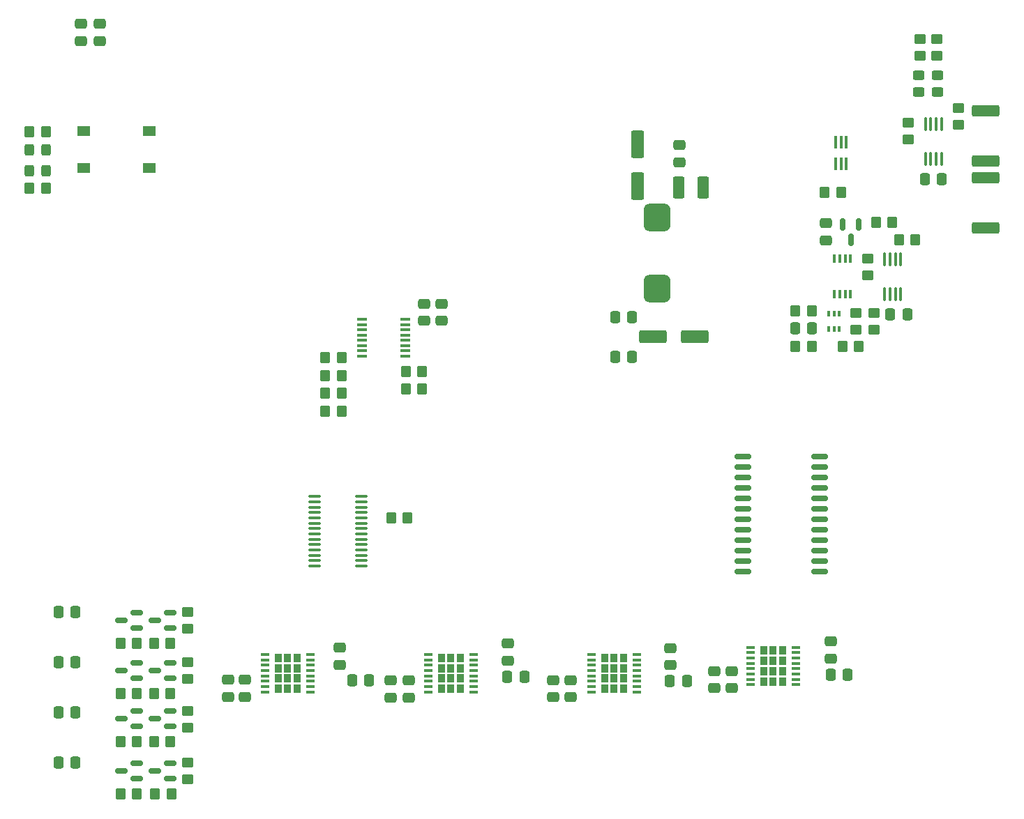
<source format=gbr>
%TF.GenerationSoftware,KiCad,Pcbnew,(6.0.7)*%
%TF.CreationDate,2022-11-14T00:19:26-05:00*%
%TF.ProjectId,MASA_Rover_1.0,4d415341-5f52-46f7-9665-725f312e302e,rev?*%
%TF.SameCoordinates,Original*%
%TF.FileFunction,Paste,Top*%
%TF.FilePolarity,Positive*%
%FSLAX46Y46*%
G04 Gerber Fmt 4.6, Leading zero omitted, Abs format (unit mm)*
G04 Created by KiCad (PCBNEW (6.0.7)) date 2022-11-14 00:19:26*
%MOMM*%
%LPD*%
G01*
G04 APERTURE LIST*
G04 Aperture macros list*
%AMRoundRect*
0 Rectangle with rounded corners*
0 $1 Rounding radius*
0 $2 $3 $4 $5 $6 $7 $8 $9 X,Y pos of 4 corners*
0 Add a 4 corners polygon primitive as box body*
4,1,4,$2,$3,$4,$5,$6,$7,$8,$9,$2,$3,0*
0 Add four circle primitives for the rounded corners*
1,1,$1+$1,$2,$3*
1,1,$1+$1,$4,$5*
1,1,$1+$1,$6,$7*
1,1,$1+$1,$8,$9*
0 Add four rect primitives between the rounded corners*
20,1,$1+$1,$2,$3,$4,$5,0*
20,1,$1+$1,$4,$5,$6,$7,0*
20,1,$1+$1,$6,$7,$8,$9,0*
20,1,$1+$1,$8,$9,$2,$3,0*%
G04 Aperture macros list end*
%ADD10RoundRect,0.250000X0.350000X0.450000X-0.350000X0.450000X-0.350000X-0.450000X0.350000X-0.450000X0*%
%ADD11RoundRect,0.249999X-1.425001X0.450001X-1.425001X-0.450001X1.425001X-0.450001X1.425001X0.450001X0*%
%ADD12RoundRect,0.250000X0.450000X-0.350000X0.450000X0.350000X-0.450000X0.350000X-0.450000X-0.350000X0*%
%ADD13RoundRect,0.250000X-0.337500X-0.475000X0.337500X-0.475000X0.337500X0.475000X-0.337500X0.475000X0*%
%ADD14RoundRect,0.150000X0.587500X0.150000X-0.587500X0.150000X-0.587500X-0.150000X0.587500X-0.150000X0*%
%ADD15RoundRect,0.250000X-0.475000X0.337500X-0.475000X-0.337500X0.475000X-0.337500X0.475000X0.337500X0*%
%ADD16R,0.400000X0.650000*%
%ADD17R,0.880000X1.050000*%
%ADD18R,1.050000X0.450000*%
%ADD19RoundRect,0.250000X-0.350000X-0.450000X0.350000X-0.450000X0.350000X0.450000X-0.350000X0.450000X0*%
%ADD20RoundRect,0.250000X-0.325000X-0.450000X0.325000X-0.450000X0.325000X0.450000X-0.325000X0.450000X0*%
%ADD21RoundRect,0.250000X0.337500X0.475000X-0.337500X0.475000X-0.337500X-0.475000X0.337500X-0.475000X0*%
%ADD22R,0.400000X1.500000*%
%ADD23RoundRect,0.250000X0.550000X-1.412500X0.550000X1.412500X-0.550000X1.412500X-0.550000X-1.412500X0*%
%ADD24RoundRect,0.250000X0.475000X-0.337500X0.475000X0.337500X-0.475000X0.337500X-0.475000X-0.337500X0*%
%ADD25RoundRect,0.812750X0.812750X-0.906750X0.812750X0.906750X-0.812750X0.906750X-0.812750X-0.906750X0*%
%ADD26RoundRect,0.150000X-0.150000X0.587500X-0.150000X-0.587500X0.150000X-0.587500X0.150000X0.587500X0*%
%ADD27RoundRect,0.150000X-0.875000X-0.150000X0.875000X-0.150000X0.875000X0.150000X-0.875000X0.150000X0*%
%ADD28R,1.200000X0.400000*%
%ADD29R,0.400000X1.100000*%
%ADD30RoundRect,0.250001X0.462499X1.074999X-0.462499X1.074999X-0.462499X-1.074999X0.462499X-1.074999X0*%
%ADD31RoundRect,0.250000X-0.450000X0.350000X-0.450000X-0.350000X0.450000X-0.350000X0.450000X0.350000X0*%
%ADD32RoundRect,0.250000X-0.450000X0.325000X-0.450000X-0.325000X0.450000X-0.325000X0.450000X0.325000X0*%
%ADD33RoundRect,0.100000X-0.100000X0.712500X-0.100000X-0.712500X0.100000X-0.712500X0.100000X0.712500X0*%
%ADD34RoundRect,0.100000X-0.637500X-0.100000X0.637500X-0.100000X0.637500X0.100000X-0.637500X0.100000X0*%
%ADD35RoundRect,0.250000X-1.412500X-0.550000X1.412500X-0.550000X1.412500X0.550000X-1.412500X0.550000X0*%
%ADD36RoundRect,0.250000X0.450000X-0.325000X0.450000X0.325000X-0.450000X0.325000X-0.450000X-0.325000X0*%
%ADD37R,1.550000X1.300000*%
G04 APERTURE END LIST*
D10*
%TO.C,R42*%
X51038000Y-146177000D03*
X49038000Y-146177000D03*
%TD*%
D11*
%TO.C,R19*%
X154051000Y-71372000D03*
X154051000Y-77472000D03*
%TD*%
D12*
%TO.C,R45*%
X57150000Y-144383000D03*
X57150000Y-142383000D03*
%TD*%
D13*
%TO.C,C30*%
X130915500Y-89662000D03*
X132990500Y-89662000D03*
%TD*%
D14*
%TO.C,Q10*%
X55039500Y-144333000D03*
X55039500Y-142433000D03*
X53164500Y-143383000D03*
%TD*%
D10*
%TO.C,R39*%
X51038000Y-139827000D03*
X49038000Y-139827000D03*
%TD*%
D15*
%TO.C,C21*%
X88011000Y-86656000D03*
X88011000Y-88731000D03*
%TD*%
D10*
%TO.C,R43*%
X85645500Y-97028000D03*
X83645500Y-97028000D03*
%TD*%
D16*
%TO.C,Q2*%
X136286000Y-87823000D03*
X135636000Y-87823000D03*
X134986000Y-87823000D03*
X134986000Y-89723000D03*
X135636000Y-89723000D03*
X136286000Y-89723000D03*
%TD*%
D13*
%TO.C,C28*%
X142472500Y-87930500D03*
X144547500Y-87930500D03*
%TD*%
D10*
%TO.C,R30*%
X132953000Y-91821000D03*
X130953000Y-91821000D03*
%TD*%
D17*
%TO.C,U13*%
X110065400Y-129667000D03*
X107798600Y-133417000D03*
X107798600Y-132167000D03*
X107798600Y-129667000D03*
X108932000Y-129667000D03*
X110065400Y-132167000D03*
X108932000Y-132167000D03*
X108932000Y-133417000D03*
X110065400Y-130917000D03*
X108932000Y-130917000D03*
X110065400Y-133417000D03*
X107798600Y-130917000D03*
D18*
X106157000Y-129267000D03*
X106157000Y-129917000D03*
X106157000Y-130567000D03*
X106157000Y-131217000D03*
X106157000Y-131867000D03*
X106157000Y-132517000D03*
X106157000Y-133167000D03*
X106157000Y-133817000D03*
X111707000Y-133817000D03*
X111707000Y-133167000D03*
X111707000Y-132517000D03*
X111707000Y-131867000D03*
X111707000Y-131217000D03*
X111707000Y-130567000D03*
X111707000Y-129917000D03*
X111707000Y-129267000D03*
%TD*%
D15*
%TO.C,C22*%
X85852000Y-86656000D03*
X85852000Y-88731000D03*
%TD*%
D19*
%TO.C,R44*%
X83645500Y-94932500D03*
X85645500Y-94932500D03*
%TD*%
%TO.C,R50*%
X73866500Y-99695000D03*
X75866500Y-99695000D03*
%TD*%
D11*
%TO.C,R18*%
X154051000Y-63244000D03*
X154051000Y-69344000D03*
%TD*%
D20*
%TO.C,D4*%
X37964000Y-70494500D03*
X40014000Y-70494500D03*
%TD*%
D21*
%TO.C,C46*%
X117787500Y-132500000D03*
X115712500Y-132500000D03*
%TD*%
D15*
%TO.C,C41*%
X75628500Y-128439000D03*
X75628500Y-130514000D03*
%TD*%
D22*
%TO.C,U1*%
X135831000Y-69655000D03*
X136481000Y-69655000D03*
X137131000Y-69655000D03*
X137131000Y-66995000D03*
X136481000Y-66995000D03*
X135831000Y-66995000D03*
%TD*%
D23*
%TO.C,C16*%
X111760000Y-72387500D03*
X111760000Y-67312500D03*
%TD*%
D21*
%TO.C,C12*%
X111146500Y-88265000D03*
X109071500Y-88265000D03*
%TD*%
%TO.C,C31*%
X43582500Y-124079000D03*
X41507500Y-124079000D03*
%TD*%
D19*
%TO.C,R38*%
X53102000Y-139827000D03*
X55102000Y-139827000D03*
%TD*%
%TO.C,R27*%
X130953000Y-87503000D03*
X132953000Y-87503000D03*
%TD*%
D15*
%TO.C,C39*%
X84010500Y-132439500D03*
X84010500Y-134514500D03*
%TD*%
D19*
%TO.C,R41*%
X53229000Y-146177000D03*
X55229000Y-146177000D03*
%TD*%
D21*
%TO.C,C76*%
X111146500Y-93091000D03*
X109071500Y-93091000D03*
%TD*%
D17*
%TO.C,U10*%
X69308000Y-132167000D03*
X68174600Y-129667000D03*
X70441400Y-132167000D03*
X68174600Y-130917000D03*
X69308000Y-129667000D03*
X70441400Y-129667000D03*
X69308000Y-133417000D03*
X70441400Y-130917000D03*
X70441400Y-133417000D03*
X68174600Y-133417000D03*
X69308000Y-130917000D03*
X68174600Y-132167000D03*
D18*
X66533000Y-129267000D03*
X66533000Y-129917000D03*
X66533000Y-130567000D03*
X66533000Y-131217000D03*
X66533000Y-131867000D03*
X66533000Y-132517000D03*
X66533000Y-133167000D03*
X66533000Y-133817000D03*
X72083000Y-133817000D03*
X72083000Y-133167000D03*
X72083000Y-132517000D03*
X72083000Y-131867000D03*
X72083000Y-131217000D03*
X72083000Y-130567000D03*
X72083000Y-129917000D03*
X72083000Y-129267000D03*
%TD*%
D12*
%TO.C,R40*%
X57150000Y-138160000D03*
X57150000Y-136160000D03*
%TD*%
D24*
%TO.C,C1*%
X44196000Y-54758500D03*
X44196000Y-52683500D03*
%TD*%
D10*
%TO.C,R53*%
X75866500Y-95377000D03*
X73866500Y-95377000D03*
%TD*%
D12*
%TO.C,R34*%
X57150000Y-126095000D03*
X57150000Y-124095000D03*
%TD*%
D25*
%TO.C,L1*%
X114173000Y-84831000D03*
X114173000Y-76205000D03*
%TD*%
D26*
%TO.C,Q3*%
X138618000Y-77040500D03*
X136718000Y-77040500D03*
X137668000Y-78915500D03*
%TD*%
D15*
%TO.C,C47*%
X103695500Y-132376000D03*
X103695500Y-134451000D03*
%TD*%
D12*
%TO.C,R37*%
X57150000Y-132191000D03*
X57150000Y-130191000D03*
%TD*%
D27*
%TO.C,U5*%
X124572500Y-105219500D03*
X124572500Y-106489500D03*
X124572500Y-107759500D03*
X124572500Y-109029500D03*
X124572500Y-110299500D03*
X124572500Y-111569500D03*
X124572500Y-112839500D03*
X124572500Y-114109500D03*
X124572500Y-115379500D03*
X124572500Y-116649500D03*
X124572500Y-117919500D03*
X124572500Y-119189500D03*
X133872500Y-119189500D03*
X133872500Y-117919500D03*
X133872500Y-116649500D03*
X133872500Y-115379500D03*
X133872500Y-114109500D03*
X133872500Y-112839500D03*
X133872500Y-111569500D03*
X133872500Y-110299500D03*
X133872500Y-109029500D03*
X133872500Y-107759500D03*
X133872500Y-106489500D03*
X133872500Y-105219500D03*
%TD*%
D10*
%TO.C,R31*%
X142732000Y-76754500D03*
X140732000Y-76754500D03*
%TD*%
D28*
%TO.C,U4*%
X78362500Y-88582500D03*
X78362500Y-89217500D03*
X78362500Y-89852500D03*
X78362500Y-90487500D03*
X78362500Y-91122500D03*
X78362500Y-91757500D03*
X78362500Y-92392500D03*
X78362500Y-93027500D03*
X83562500Y-93027500D03*
X83562500Y-92392500D03*
X83562500Y-91757500D03*
X83562500Y-91122500D03*
X83562500Y-90487500D03*
X83562500Y-89852500D03*
X83562500Y-89217500D03*
X83562500Y-88582500D03*
%TD*%
D12*
%TO.C,R21*%
X150749000Y-64881000D03*
X150749000Y-62881000D03*
%TD*%
D14*
%TO.C,Q7*%
X50975500Y-132141000D03*
X50975500Y-130241000D03*
X49100500Y-131191000D03*
%TD*%
D29*
%TO.C,U9*%
X135677000Y-85508500D03*
X136327000Y-85508500D03*
X136977000Y-85508500D03*
X137627000Y-85508500D03*
X137627000Y-81208500D03*
X136977000Y-81208500D03*
X136327000Y-81208500D03*
X135677000Y-81208500D03*
%TD*%
D12*
%TO.C,R29*%
X139700000Y-83215500D03*
X139700000Y-81215500D03*
%TD*%
D21*
%TO.C,C33*%
X43582500Y-136271000D03*
X41507500Y-136271000D03*
%TD*%
D20*
%TO.C,D5*%
X37964000Y-67954500D03*
X40014000Y-67954500D03*
%TD*%
D19*
%TO.C,R52*%
X73866500Y-93218000D03*
X75866500Y-93218000D03*
%TD*%
D14*
%TO.C,Q4*%
X55039500Y-126045000D03*
X55039500Y-124145000D03*
X53164500Y-125095000D03*
%TD*%
D30*
%TO.C,L2*%
X119724500Y-72517000D03*
X116749500Y-72517000D03*
%TD*%
D10*
%TO.C,R51*%
X75866500Y-97536000D03*
X73866500Y-97536000D03*
%TD*%
D15*
%TO.C,C37*%
X62103000Y-132334000D03*
X62103000Y-134409000D03*
%TD*%
D31*
%TO.C,R5*%
X146050000Y-54499000D03*
X146050000Y-56499000D03*
%TD*%
D10*
%TO.C,R2*%
X136509000Y-73152000D03*
X134509000Y-73152000D03*
%TD*%
D17*
%TO.C,U12*%
X128236000Y-132538000D03*
X127102600Y-131288000D03*
X129369400Y-132538000D03*
X127102600Y-130038000D03*
X128236000Y-130038000D03*
X127102600Y-128788000D03*
X129369400Y-131288000D03*
X129369400Y-128788000D03*
X128236000Y-128788000D03*
X128236000Y-131288000D03*
X129369400Y-130038000D03*
X127102600Y-132538000D03*
D18*
X125461000Y-128388000D03*
X125461000Y-129038000D03*
X125461000Y-129688000D03*
X125461000Y-130338000D03*
X125461000Y-130988000D03*
X125461000Y-131638000D03*
X125461000Y-132288000D03*
X125461000Y-132938000D03*
X131011000Y-132938000D03*
X131011000Y-132288000D03*
X131011000Y-131638000D03*
X131011000Y-130988000D03*
X131011000Y-130338000D03*
X131011000Y-129688000D03*
X131011000Y-129038000D03*
X131011000Y-128388000D03*
%TD*%
D24*
%TO.C,C2*%
X46482000Y-54758500D03*
X46482000Y-52683500D03*
%TD*%
D14*
%TO.C,Q11*%
X50975500Y-144333000D03*
X50975500Y-142433000D03*
X49100500Y-143383000D03*
%TD*%
D32*
%TO.C,D3*%
X148200000Y-58919000D03*
X148200000Y-60969000D03*
%TD*%
D17*
%TO.C,U11*%
X90253400Y-132167000D03*
X89120000Y-132167000D03*
X87986600Y-129667000D03*
X90253400Y-129667000D03*
X87986600Y-132167000D03*
X89120000Y-130917000D03*
X87986600Y-133417000D03*
X90253400Y-133417000D03*
X89120000Y-129667000D03*
X90253400Y-130917000D03*
X87986600Y-130917000D03*
X89120000Y-133417000D03*
D18*
X86345000Y-129267000D03*
X86345000Y-129917000D03*
X86345000Y-130567000D03*
X86345000Y-131217000D03*
X86345000Y-131867000D03*
X86345000Y-132517000D03*
X86345000Y-133167000D03*
X86345000Y-133817000D03*
X91895000Y-133817000D03*
X91895000Y-133167000D03*
X91895000Y-132517000D03*
X91895000Y-131867000D03*
X91895000Y-131217000D03*
X91895000Y-130567000D03*
X91895000Y-129917000D03*
X91895000Y-129267000D03*
%TD*%
D10*
%TO.C,R33*%
X51038000Y-127889000D03*
X49038000Y-127889000D03*
%TD*%
D31*
%TO.C,R28*%
X138303000Y-87773000D03*
X138303000Y-89773000D03*
%TD*%
D15*
%TO.C,C40*%
X81851500Y-132439500D03*
X81851500Y-134514500D03*
%TD*%
%TO.C,C49*%
X135250000Y-127675000D03*
X135250000Y-129750000D03*
%TD*%
%TO.C,C48*%
X101536500Y-132376000D03*
X101536500Y-134451000D03*
%TD*%
D19*
%TO.C,R7*%
X37989000Y-72653500D03*
X39989000Y-72653500D03*
%TD*%
D33*
%TO.C,U8*%
X143723000Y-81246000D03*
X143073000Y-81246000D03*
X142423000Y-81246000D03*
X141773000Y-81246000D03*
X141773000Y-85471000D03*
X142423000Y-85471000D03*
X143073000Y-85471000D03*
X143723000Y-85471000D03*
%TD*%
D21*
%TO.C,C38*%
X98037500Y-132000000D03*
X95962500Y-132000000D03*
%TD*%
D33*
%TO.C,U7*%
X148676000Y-64816500D03*
X148026000Y-64816500D03*
X147376000Y-64816500D03*
X146726000Y-64816500D03*
X146726000Y-69041500D03*
X147376000Y-69041500D03*
X148026000Y-69041500D03*
X148676000Y-69041500D03*
%TD*%
D34*
%TO.C,U6*%
X72575500Y-110075000D03*
X72575500Y-110725000D03*
X72575500Y-111375000D03*
X72575500Y-112025000D03*
X72575500Y-112675000D03*
X72575500Y-113325000D03*
X72575500Y-113975000D03*
X72575500Y-114625000D03*
X72575500Y-115275000D03*
X72575500Y-115925000D03*
X72575500Y-116575000D03*
X72575500Y-117225000D03*
X72575500Y-117875000D03*
X72575500Y-118525000D03*
X78300500Y-118525000D03*
X78300500Y-117875000D03*
X78300500Y-117225000D03*
X78300500Y-116575000D03*
X78300500Y-115925000D03*
X78300500Y-115275000D03*
X78300500Y-114625000D03*
X78300500Y-113975000D03*
X78300500Y-113325000D03*
X78300500Y-112675000D03*
X78300500Y-112025000D03*
X78300500Y-111375000D03*
X78300500Y-110725000D03*
X78300500Y-110075000D03*
%TD*%
D15*
%TO.C,C29*%
X134620000Y-76860000D03*
X134620000Y-78935000D03*
%TD*%
D12*
%TO.C,R24*%
X144653000Y-66659000D03*
X144653000Y-64659000D03*
%TD*%
D35*
%TO.C,C11*%
X113667500Y-90678000D03*
X118742500Y-90678000D03*
%TD*%
D13*
%TO.C,C27*%
X146663500Y-71501000D03*
X148738500Y-71501000D03*
%TD*%
D19*
%TO.C,R8*%
X37961548Y-65795500D03*
X39961548Y-65795500D03*
%TD*%
D21*
%TO.C,C35*%
X79206000Y-132397500D03*
X77131000Y-132397500D03*
%TD*%
%TO.C,C32*%
X43582500Y-130175000D03*
X41507500Y-130175000D03*
%TD*%
D12*
%TO.C,R25*%
X140462000Y-89773000D03*
X140462000Y-87773000D03*
%TD*%
D15*
%TO.C,C44*%
X123253500Y-131296500D03*
X123253500Y-133371500D03*
%TD*%
%TO.C,C45*%
X121094500Y-131296500D03*
X121094500Y-133371500D03*
%TD*%
D19*
%TO.C,R22*%
X143526000Y-78867000D03*
X145526000Y-78867000D03*
%TD*%
D15*
%TO.C,C36*%
X64135000Y-132334000D03*
X64135000Y-134409000D03*
%TD*%
D19*
%TO.C,R35*%
X53102000Y-133985000D03*
X55102000Y-133985000D03*
%TD*%
D31*
%TO.C,R6*%
X148082000Y-54499000D03*
X148082000Y-56499000D03*
%TD*%
D14*
%TO.C,Q8*%
X55039500Y-137983000D03*
X55039500Y-136083000D03*
X53164500Y-137033000D03*
%TD*%
D10*
%TO.C,R36*%
X51038000Y-133985000D03*
X49038000Y-133985000D03*
%TD*%
D19*
%TO.C,R17*%
X81867500Y-112649000D03*
X83867500Y-112649000D03*
%TD*%
D21*
%TO.C,C34*%
X43582500Y-142367000D03*
X41507500Y-142367000D03*
%TD*%
%TO.C,C43*%
X137287500Y-131712500D03*
X135212500Y-131712500D03*
%TD*%
D36*
%TO.C,D2*%
X145900000Y-60969000D03*
X145900000Y-58919000D03*
%TD*%
D24*
%TO.C,C15*%
X116840000Y-69490500D03*
X116840000Y-67415500D03*
%TD*%
D15*
%TO.C,C42*%
X96050000Y-127925000D03*
X96050000Y-130000000D03*
%TD*%
D10*
%TO.C,R26*%
X138668000Y-91821000D03*
X136668000Y-91821000D03*
%TD*%
D14*
%TO.C,Q5*%
X50975500Y-126045000D03*
X50975500Y-124145000D03*
X49100500Y-125095000D03*
%TD*%
%TO.C,Q9*%
X50975500Y-137983000D03*
X50975500Y-136083000D03*
X49100500Y-137033000D03*
%TD*%
D37*
%TO.C,S3*%
X44539000Y-70204500D03*
X52489000Y-70204500D03*
X52489000Y-65704500D03*
X44539000Y-65704500D03*
%TD*%
D19*
%TO.C,R32*%
X53102000Y-127889000D03*
X55102000Y-127889000D03*
%TD*%
D14*
%TO.C,Q6*%
X55039500Y-132141000D03*
X55039500Y-130241000D03*
X53164500Y-131191000D03*
%TD*%
D15*
%TO.C,C50*%
X115750000Y-128462500D03*
X115750000Y-130537500D03*
%TD*%
M02*

</source>
